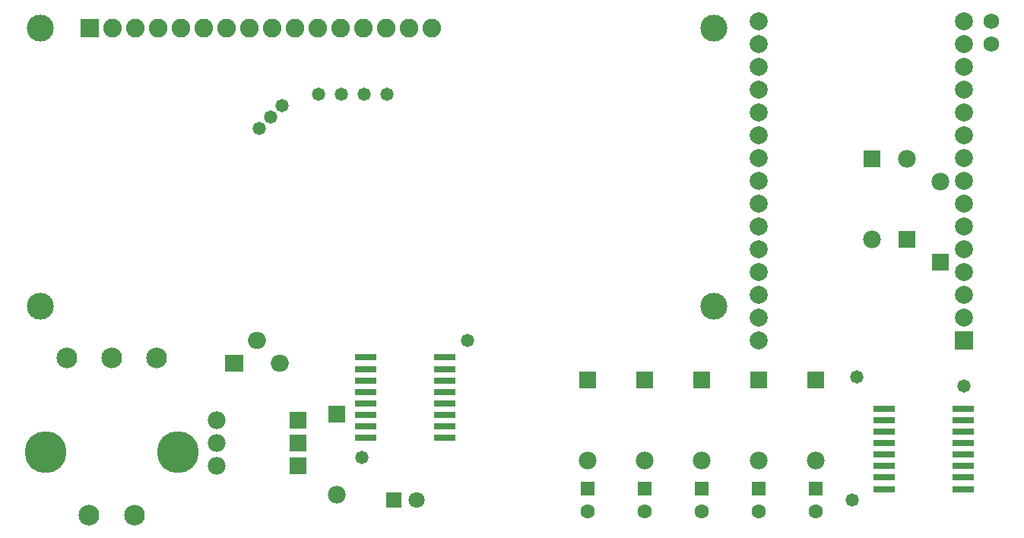
<source format=gbr>
%TF.GenerationSoftware,Altium Limited,Altium Designer,24.9.1 (31)*%
G04 Layer_Color=8388736*
%FSLAX45Y45*%
%MOMM*%
%TF.SameCoordinates,93858F84-5B26-42CC-8C8E-0B90E3909A9F*%
%TF.FilePolarity,Negative*%
%TF.FileFunction,Soldermask,Top*%
%TF.Part,Single*%
G01*
G75*
%TA.AperFunction,SMDPad,CuDef*%
%ADD10R,2.40000X0.80000*%
%ADD11R,2.40000X0.70000*%
%TA.AperFunction,ComponentPad*%
%ADD18C,2.00000*%
%ADD19R,2.00000X2.00000*%
%TA.AperFunction,ViaPad*%
%ADD36C,1.72720*%
%TA.AperFunction,ComponentPad*%
%ADD37C,3.00320*%
%ADD38C,2.08280*%
%ADD39R,2.08280X2.08280*%
%ADD40C,1.98120*%
%ADD41R,1.98120X1.98120*%
%ADD42C,2.30320*%
%ADD43C,4.66320*%
%ADD44C,1.60320*%
%ADD45R,1.60320X1.60320*%
%ADD46R,2.00320X1.90320*%
%ADD47O,2.00320X1.90320*%
%ADD48R,1.98120X1.98120*%
%ADD49C,1.80320*%
%ADD50R,1.80320X1.80320*%
%TA.AperFunction,ViaPad*%
%ADD51C,1.47320*%
D10*
X13325998Y8005999D02*
D03*
Y7107001D02*
D03*
X12446000D02*
D03*
Y8005999D02*
D03*
X7551999Y8577499D02*
D03*
Y7678501D02*
D03*
X6672001D02*
D03*
Y8577499D02*
D03*
D11*
X13325998Y7874000D02*
D03*
Y7747000D02*
D03*
Y7620000D02*
D03*
Y7493000D02*
D03*
Y7366000D02*
D03*
Y7239000D02*
D03*
X12446000D02*
D03*
Y7366000D02*
D03*
Y7493000D02*
D03*
Y7620000D02*
D03*
Y7747000D02*
D03*
Y7874000D02*
D03*
X7551999Y8445500D02*
D03*
Y8318500D02*
D03*
Y8191500D02*
D03*
Y8064500D02*
D03*
Y7937500D02*
D03*
Y7810500D02*
D03*
X6672001D02*
D03*
Y7937500D02*
D03*
Y8064500D02*
D03*
Y8191500D02*
D03*
Y8318500D02*
D03*
Y8445500D02*
D03*
D18*
X11049000Y8763000D02*
D03*
Y9017000D02*
D03*
Y9271000D02*
D03*
Y9525000D02*
D03*
Y9779000D02*
D03*
Y10033000D02*
D03*
Y10287000D02*
D03*
Y10541000D02*
D03*
Y10795000D02*
D03*
Y11049000D02*
D03*
Y11303000D02*
D03*
Y11557000D02*
D03*
Y11811000D02*
D03*
Y12065000D02*
D03*
Y12319000D02*
D03*
X13335001D02*
D03*
Y12065000D02*
D03*
Y11811000D02*
D03*
Y11557000D02*
D03*
Y11303000D02*
D03*
Y11049000D02*
D03*
Y10795000D02*
D03*
Y10541000D02*
D03*
Y10287000D02*
D03*
Y10033000D02*
D03*
Y9779000D02*
D03*
Y9525000D02*
D03*
Y9271000D02*
D03*
Y9017000D02*
D03*
D19*
Y8763000D02*
D03*
D36*
X13639799Y12065000D02*
D03*
Y12319000D02*
D03*
D37*
X10548000Y9144000D02*
D03*
Y12243999D02*
D03*
X3048000Y9144000D02*
D03*
Y12243999D02*
D03*
D38*
X7408001D02*
D03*
X7154001D02*
D03*
X6900001D02*
D03*
X6646001D02*
D03*
X6392001D02*
D03*
X6138001D02*
D03*
X5884001D02*
D03*
X5630001D02*
D03*
X5376001D02*
D03*
X5122001D02*
D03*
X4868001D02*
D03*
X4614001D02*
D03*
X4360001D02*
D03*
X4106001D02*
D03*
X3852001D02*
D03*
D39*
X3598001D02*
D03*
D40*
X9144000Y7423998D02*
D03*
X13068300Y10533802D02*
D03*
X12306300Y9887798D02*
D03*
X12700000Y10787802D02*
D03*
X9779000Y7423998D02*
D03*
X11684000D02*
D03*
X11049000D02*
D03*
X10414000D02*
D03*
X6350000Y7042998D02*
D03*
X5010998Y7874000D02*
D03*
Y7366000D02*
D03*
Y7620000D02*
D03*
D41*
X9144000Y8324002D02*
D03*
X13068300Y9633798D02*
D03*
X12306300Y10787802D02*
D03*
X12700000Y9887798D02*
D03*
X9779000Y8324002D02*
D03*
X11684000D02*
D03*
X11049000D02*
D03*
X10414000D02*
D03*
X6350000Y7943002D02*
D03*
D42*
X4340103Y8572500D02*
D03*
X3840099D02*
D03*
X3340100D02*
D03*
X4090101Y6822501D02*
D03*
X3590102D02*
D03*
D43*
X4580103Y7522500D02*
D03*
X3100100D02*
D03*
D44*
X11684000Y6858000D02*
D03*
X9144000D02*
D03*
X9779000D02*
D03*
X10414000D02*
D03*
X11049000D02*
D03*
D45*
X11684000Y7112000D02*
D03*
X9144000D02*
D03*
X9779000D02*
D03*
X10414000D02*
D03*
X11049000D02*
D03*
D46*
X5207000Y8509000D02*
D03*
D47*
X5461000Y8763000D02*
D03*
X5715000Y8509000D02*
D03*
D48*
X5911002Y7874000D02*
D03*
Y7366000D02*
D03*
Y7620000D02*
D03*
D49*
X7239000Y6985000D02*
D03*
D50*
X6985000D02*
D03*
D51*
X13335001Y8255000D02*
D03*
X6621780Y7459980D02*
D03*
X12141200Y8356600D02*
D03*
X12090400Y6990080D02*
D03*
X6908800Y11506200D02*
D03*
X6654800D02*
D03*
X6400800D02*
D03*
X6146800D02*
D03*
X5740400Y11379200D02*
D03*
X5613400Y11252200D02*
D03*
X5486400Y11125200D02*
D03*
X7803358Y8763000D02*
D03*
%TF.MD5,5dd659376fe1af80ee641cc9117ece3e*%
M02*

</source>
